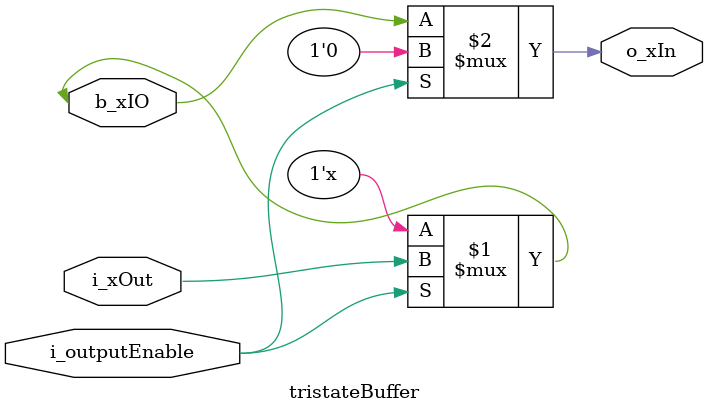
<source format=v>

module tristateBuffer (
  // Sink/source select.
  // 0=high impedence, 1=low impedence.
  input  wire   i_outputEnable,

  // Sink from off-chip.
  // Unknown value when i_outputEnable is high.
  output wire   o_xIn,

  // Source from off-chip.
  // Value goes nowhere when i_outputEnable is low.
  input  wire   i_xOut,

  // Bidirectional GPIO pad to/from off-chip.
  inout  wire   b_xIO
);

  assign b_xIO = i_outputEnable ? i_xOut : 1'bz;
  assign o_xIn = i_outputEnable ? 1'b0 : b_xIO;

endmodule

</source>
